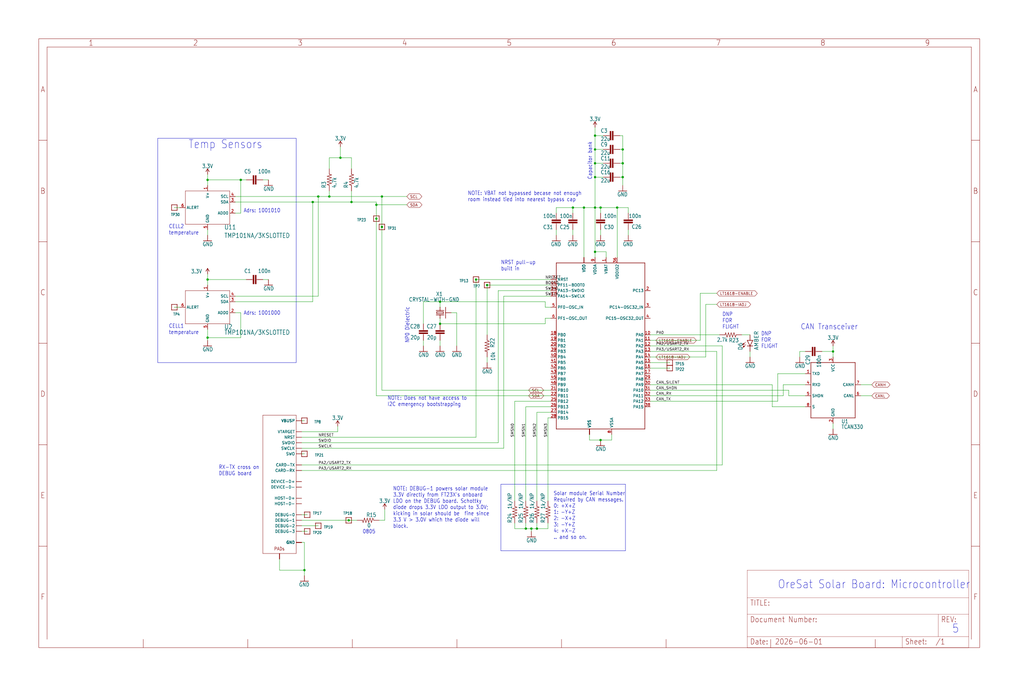
<source format=kicad_sch>
(kicad_sch (version 20230121) (generator eeschema)
  (paper "User" 469.9 317.551)
  (junction (at 285.75 74.93))
  (junction (at 172.72 100.33))
  (junction (at 175.26 90.17))
  (junction (at 175.26 104.14))
  (junction (at 285.75 81.28))
  (junction (at 382.27 161.29))
  (junction (at 273.05 115.57))
  (junction (at 273.05 81.28))
  (junction (at 241.3 242.57))
  (junction (at 223.52 130.81))
  (junction (at 146.05 90.17))
  (junction (at 243.84 242.57))
  (junction (at 273.05 68.58))
  (junction (at 273.05 95.25))
  (junction (at 218.44 128.27))
  (junction (at 139.7 261.62))
  (junction (at 156.21 72.39))
  (junction (at 151.13 90.17))
  (junction (at 172.72 93.98))
  (junction (at 273.05 74.93))
  (junction (at 95.25 82.55))
  (junction (at 283.21 95.25))
  (junction (at 160.02 238.76))
  (junction (at 95.25 154.94))
  (junction (at 275.59 201.93))
  (junction (at 95.25 128.27))
  (junction (at 201.93 138.43))
  (junction (at 201.93 148.59))
  (junction (at 143.51 92.71))
  (junction (at 110.49 82.55))
  (junction (at 275.59 95.25))
  (junction (at 161.29 92.71))
  (junction (at 262.89 95.25))
  (junction (at 267.97 95.25))
  (junction (at 246.38 242.57))
  (junction (at 273.05 62.23))
  (junction (at 285.75 68.58))
  (wire (pts (xy 172.72 100.33) (xy 172.72 93.98)) (stroke (width 0.1524)))
  (wire (pts (xy 236.22 242.57) (xy 236.22 240.03)) (stroke (width 0.1524)))
  (wire (pts (xy 284.48 81.28) (xy 285.75 81.28)) (stroke (width 0.1524)))
  (wire (pts (xy 382.27 161.29) (xy 377.19 161.29)) (stroke (width 0.1524)))
  (wire (pts (xy 194.31 148.59) (xy 194.31 138.43)) (stroke (width 0.1524)))
  (wire (pts (xy 218.44 200.66) (xy 138.43 200.66)) (stroke (width 0.1524)))
  (wire (pts (xy 298.45 176.53) (xy 354.33 176.53)) (stroke (width 0.1524)))
  (wire (pts (xy 273.05 58.42) (xy 273.05 62.23)) (stroke (width 0.1524)))
  (wire (pts (xy 298.45 163.83) (xy 323.85 163.83)) (stroke (width 0.1524)))
  (wire (pts (xy 278.13 118.11) (xy 278.13 115.57)) (stroke (width 0.1524)))
  (wire (pts (xy 369.57 171.45) (xy 356.87 171.45)) (stroke (width 0.1524)))
  (wire (pts (xy 394.97 181.61) (xy 400.05 181.61)) (stroke (width 0.1524)))
  (wire (pts (xy 252.73 189.23) (xy 246.38 189.23)) (stroke (width 0.1524)))
  (wire (pts (xy 275.59 95.25) (xy 273.05 95.25)) (stroke (width 0.1524)))
  (wire (pts (xy 275.59 201.93) (xy 280.67 201.93)) (stroke (width 0.1524)))
  (wire (pts (xy 173.99 238.76) (xy 176.53 238.76)) (stroke (width 0.1524)))
  (wire (pts (xy 161.29 92.71) (xy 172.72 92.71)) (stroke (width 0.1524)))
  (wire (pts (xy 359.41 176.53) (xy 359.41 181.61)) (stroke (width 0.1524)))
  (wire (pts (xy 369.57 176.53) (xy 359.41 176.53)) (stroke (width 0.1524)))
  (wire (pts (xy 252.73 181.61) (xy 172.72 181.61)) (stroke (width 0.1524)))
  (wire (pts (xy 252.73 140.97) (xy 250.19 140.97)) (stroke (width 0.1524)))
  (wire (pts (xy 120.65 82.55) (xy 123.19 82.55)) (stroke (width 0.1524)))
  (wire (pts (xy 283.21 95.25) (xy 283.21 118.11)) (stroke (width 0.1524)))
  (wire (pts (xy 251.46 240.03) (xy 251.46 242.57)) (stroke (width 0.1524)))
  (wire (pts (xy 120.65 128.27) (xy 123.19 128.27)) (stroke (width 0.1524)))
  (wire (pts (xy 255.27 105.41) (xy 255.27 107.95)) (stroke (width 0.1524)))
  (wire (pts (xy 340.36 153.67) (xy 344.17 153.67)) (stroke (width 0.1524)))
  (wire (pts (xy 138.43 198.12) (xy 154.94 198.12)) (stroke (width 0.1524)))
  (wire (pts (xy 139.7 261.62) (xy 139.7 264.16)) (stroke (width 0.1524)))
  (wire (pts (xy 382.27 163.83) (xy 382.27 161.29)) (stroke (width 0.1524)))
  (wire (pts (xy 151.13 87.63) (xy 151.13 90.17)) (stroke (width 0.1524)))
  (wire (pts (xy 321.31 134.62) (xy 328.93 134.62)) (stroke (width 0.1524)))
  (wire (pts (xy 172.72 93.98) (xy 172.72 92.71)) (stroke (width 0.1524)))
  (wire (pts (xy 128.27 261.62) (xy 139.7 261.62)) (stroke (width 0.1524)))
  (wire (pts (xy 285.75 85.09) (xy 285.75 81.28)) (stroke (width 0.1524)))
  (wire (pts (xy 146.05 90.17) (xy 107.95 90.17)) (stroke (width 0.1524)))
  (wire (pts (xy 252.73 146.05) (xy 250.19 146.05)) (stroke (width 0.1524)))
  (wire (pts (xy 138.43 236.22) (xy 140.97 236.22)) (stroke (width 0.1524)))
  (wire (pts (xy 255.27 95.25) (xy 262.89 95.25)) (stroke (width 0.1524)))
  (wire (pts (xy 276.86 68.58) (xy 273.05 68.58)) (stroke (width 0.1524)))
  (wire (pts (xy 323.85 139.7) (xy 328.93 139.7)) (stroke (width 0.1524)))
  (wire (pts (xy 280.67 201.93) (xy 280.67 199.39)) (stroke (width 0.1524)))
  (wire (pts (xy 146.05 135.89) (xy 107.95 135.89)) (stroke (width 0.1524)))
  (wire (pts (xy 140.97 243.84) (xy 138.43 243.84)) (stroke (width 0.1524)))
  (wire (pts (xy 128.27 256.54) (xy 128.27 261.62)) (stroke (width 0.1524)))
  (wire (pts (xy 80.01 140.97) (xy 82.55 140.97)) (stroke (width 0.1524)))
  (wire (pts (xy 246.38 240.03) (xy 246.38 242.57)) (stroke (width 0.1524)))
  (wire (pts (xy 209.55 143.51) (xy 207.01 143.51)) (stroke (width 0.1524)))
  (wire (pts (xy 275.59 105.41) (xy 275.59 107.95)) (stroke (width 0.1524)))
  (wire (pts (xy 138.43 248.92) (xy 139.7 248.92)) (stroke (width 0.1524)))
  (wire (pts (xy 250.19 148.59) (xy 201.93 148.59)) (stroke (width 0.1524)))
  (wire (pts (xy 367.03 161.29) (xy 367.03 163.83)) (stroke (width 0.1524)))
  (wire (pts (xy 241.3 242.57) (xy 243.84 242.57)) (stroke (width 0.1524)))
  (wire (pts (xy 95.25 82.55) (xy 110.49 82.55)) (stroke (width 0.1524)))
  (wire (pts (xy 194.31 138.43) (xy 201.93 138.43)) (stroke (width 0.1524)))
  (wire (pts (xy 228.6 133.35) (xy 252.73 133.35)) (stroke (width 0.1524)))
  (wire (pts (xy 369.57 161.29) (xy 367.03 161.29)) (stroke (width 0.1524)))
  (wire (pts (xy 218.44 128.27) (xy 218.44 200.66)) (stroke (width 0.1524)))
  (wire (pts (xy 241.3 240.03) (xy 241.3 242.57)) (stroke (width 0.1524)))
  (wire (pts (xy 283.21 95.25) (xy 288.29 95.25)) (stroke (width 0.1524)))
  (wire (pts (xy 201.93 158.75) (xy 201.93 156.21)) (stroke (width 0.1524)))
  (wire (pts (xy 285.75 62.23) (xy 284.48 62.23)) (stroke (width 0.1524)))
  (wire (pts (xy 255.27 97.79) (xy 255.27 95.25)) (stroke (width 0.1524)))
  (wire (pts (xy 146.05 90.17) (xy 151.13 90.17)) (stroke (width 0.1524)))
  (wire (pts (xy 110.49 143.51) (xy 110.49 154.94)) (stroke (width 0.1524)))
  (wire (pts (xy 344.17 161.29) (xy 344.17 163.83)) (stroke (width 0.1524)))
  (wire (pts (xy 231.14 205.74) (xy 138.43 205.74)) (stroke (width 0.1524)))
  (wire (pts (xy 175.26 90.17) (xy 186.69 90.17)) (stroke (width 0.1524)))
  (wire (pts (xy 156.21 72.39) (xy 151.13 72.39)) (stroke (width 0.1524)))
  (wire (pts (xy 80.01 95.25) (xy 82.55 95.25)) (stroke (width 0.1524)))
  (wire (pts (xy 382.27 196.85) (xy 382.27 194.31)) (stroke (width 0.1524)))
  (wire (pts (xy 241.3 186.69) (xy 241.3 229.87)) (stroke (width 0.1524)))
  (wire (pts (xy 382.27 161.29) (xy 382.27 158.75)) (stroke (width 0.1524)))
  (wire (pts (xy 359.41 181.61) (xy 298.45 181.61)) (stroke (width 0.1524)))
  (wire (pts (xy 285.75 68.58) (xy 285.75 62.23)) (stroke (width 0.1524)))
  (wire (pts (xy 151.13 90.17) (xy 175.26 90.17)) (stroke (width 0.1524)))
  (wire (pts (xy 369.57 181.61) (xy 361.95 181.61)) (stroke (width 0.1524)))
  (wire (pts (xy 331.47 213.36) (xy 138.43 213.36)) (stroke (width 0.1524)))
  (wire (pts (xy 298.45 166.37) (xy 307.34 166.37)) (stroke (width 0.1524)))
  (wire (pts (xy 236.22 184.15) (xy 252.73 184.15)) (stroke (width 0.1524)))
  (wire (pts (xy 110.49 97.79) (xy 110.49 82.55)) (stroke (width 0.1524)))
  (wire (pts (xy 231.14 205.74) (xy 231.14 135.89)) (stroke (width 0.1524)))
  (wire (pts (xy 231.14 135.89) (xy 252.73 135.89)) (stroke (width 0.1524)))
  (wire (pts (xy 275.59 201.93) (xy 270.51 201.93)) (stroke (width 0.1524)))
  (wire (pts (xy 95.25 156.21) (xy 95.25 154.94)) (stroke (width 0.1524)))
  (wire (pts (xy 361.95 181.61) (xy 361.95 179.07)) (stroke (width 0.1524)))
  (wire (pts (xy 354.33 176.53) (xy 354.33 186.69)) (stroke (width 0.1524)))
  (wire (pts (xy 298.45 168.91) (xy 307.34 168.91)) (stroke (width 0.1524)))
  (wire (pts (xy 95.25 128.27) (xy 95.25 130.81)) (stroke (width 0.1524)))
  (wire (pts (xy 110.49 154.94) (xy 95.25 154.94)) (stroke (width 0.1524)))
  (wire (pts (xy 267.97 118.11) (xy 267.97 95.25)) (stroke (width 0.1524)))
  (wire (pts (xy 356.87 171.45) (xy 356.87 184.15)) (stroke (width 0.1524)))
  (wire (pts (xy 243.84 242.57) (xy 243.84 243.84)) (stroke (width 0.1524)))
  (wire (pts (xy 143.51 138.43) (xy 107.95 138.43)) (stroke (width 0.1524)))
  (wire (pts (xy 288.29 107.95) (xy 288.29 105.41)) (stroke (width 0.1524)))
  (wire (pts (xy 139.7 248.92) (xy 139.7 261.62)) (stroke (width 0.1524)))
  (wire (pts (xy 298.45 161.29) (xy 328.93 161.29)) (stroke (width 0.1524)))
  (wire (pts (xy 276.86 81.28) (xy 273.05 81.28)) (stroke (width 0.1524)))
  (wire (pts (xy 172.72 181.61) (xy 172.72 100.33)) (stroke (width 0.1524)))
  (wire (pts (xy 223.52 130.81) (xy 223.52 153.67)) (stroke (width 0.1524)))
  (wire (pts (xy 298.45 153.67) (xy 330.2 153.67)) (stroke (width 0.1524)))
  (polyline (pts (xy 229.87 252.73) (xy 287.02 252.73)) (stroke (width 0.1524) (type solid)))
  (wire (pts (xy 270.51 201.93) (xy 270.51 199.39)) (stroke (width 0.1524)))
  (wire (pts (xy 186.69 93.98) (xy 172.72 93.98)) (stroke (width 0.1524)))
  (wire (pts (xy 298.45 158.75) (xy 331.47 158.75)) (stroke (width 0.1524)))
  (wire (pts (xy 175.26 179.07) (xy 175.26 104.14)) (stroke (width 0.1524)))
  (wire (pts (xy 251.46 229.87) (xy 251.46 191.77)) (stroke (width 0.1524)))
  (wire (pts (xy 323.85 139.7) (xy 323.85 163.83)) (stroke (width 0.1524)))
  (wire (pts (xy 252.73 130.81) (xy 223.52 130.81)) (stroke (width 0.1524)))
  (wire (pts (xy 209.55 158.75) (xy 209.55 143.51)) (stroke (width 0.1524)))
  (wire (pts (xy 161.29 72.39) (xy 161.29 77.47)) (stroke (width 0.1524)))
  (wire (pts (xy 201.93 148.59) (xy 201.93 146.05)) (stroke (width 0.1524)))
  (wire (pts (xy 107.95 143.51) (xy 110.49 143.51)) (stroke (width 0.1524)))
  (wire (pts (xy 354.33 186.69) (xy 369.57 186.69)) (stroke (width 0.1524)))
  (wire (pts (xy 328.93 161.29) (xy 328.93 215.9)) (stroke (width 0.1524)))
  (wire (pts (xy 321.31 156.21) (xy 298.45 156.21)) (stroke (width 0.1524)))
  (wire (pts (xy 252.73 179.07) (xy 175.26 179.07)) (stroke (width 0.1524)))
  (wire (pts (xy 262.89 97.79) (xy 262.89 95.25)) (stroke (width 0.1524)))
  (wire (pts (xy 107.95 97.79) (xy 110.49 97.79)) (stroke (width 0.1524)))
  (wire (pts (xy 273.05 74.93) (xy 273.05 68.58)) (stroke (width 0.1524)))
  (wire (pts (xy 288.29 95.25) (xy 288.29 97.79)) (stroke (width 0.1524)))
  (wire (pts (xy 273.05 81.28) (xy 273.05 74.93)) (stroke (width 0.1524)))
  (wire (pts (xy 283.21 95.25) (xy 275.59 95.25)) (stroke (width 0.1524)))
  (wire (pts (xy 223.52 163.83) (xy 223.52 166.37)) (stroke (width 0.1524)))
  (wire (pts (xy 252.73 186.69) (xy 241.3 186.69)) (stroke (width 0.1524)))
  (wire (pts (xy 95.25 154.94) (xy 95.25 151.13)) (stroke (width 0.1524)))
  (wire (pts (xy 267.97 95.25) (xy 273.05 95.25)) (stroke (width 0.1524)))
  (wire (pts (xy 139.7 208.28) (xy 138.43 208.28)) (stroke (width 0.1524)))
  (wire (pts (xy 273.05 115.57) (xy 273.05 95.25)) (stroke (width 0.1524)))
  (wire (pts (xy 328.93 215.9) (xy 138.43 215.9)) (stroke (width 0.1524)))
  (wire (pts (xy 394.97 176.53) (xy 400.05 176.53)) (stroke (width 0.1524)))
  (wire (pts (xy 241.3 242.57) (xy 236.22 242.57)) (stroke (width 0.1524)))
  (wire (pts (xy 250.19 146.05) (xy 250.19 148.59)) (stroke (width 0.1524)))
  (wire (pts (xy 161.29 87.63) (xy 161.29 92.71)) (stroke (width 0.1524)))
  (wire (pts (xy 95.25 128.27) (xy 113.03 128.27)) (stroke (width 0.1524)))
  (wire (pts (xy 273.05 81.28) (xy 273.05 95.25)) (stroke (width 0.1524)))
  (wire (pts (xy 250.19 138.43) (xy 201.93 138.43)) (stroke (width 0.1524)))
  (wire (pts (xy 95.25 80.01) (xy 95.25 82.55)) (stroke (width 0.1524)))
  (polyline (pts (xy 135.89 63.5) (xy 72.39 63.5)) (stroke (width 0.1524) (type solid)))
  (wire (pts (xy 273.05 68.58) (xy 273.05 62.23)) (stroke (width 0.1524)))
  (wire (pts (xy 298.45 184.15) (xy 356.87 184.15)) (stroke (width 0.1524)))
  (wire (pts (xy 262.89 95.25) (xy 267.97 95.25)) (stroke (width 0.1524)))
  (wire (pts (xy 161.29 72.39) (xy 156.21 72.39)) (stroke (width 0.1524)))
  (wire (pts (xy 275.59 97.79) (xy 275.59 95.25)) (stroke (width 0.1524)))
  (wire (pts (xy 160.02 238.76) (xy 163.83 238.76)) (stroke (width 0.1524)))
  (wire (pts (xy 276.86 74.93) (xy 273.05 74.93)) (stroke (width 0.1524)))
  (wire (pts (xy 194.31 158.75) (xy 194.31 156.21)) (stroke (width 0.1524)))
  (wire (pts (xy 138.43 241.3) (xy 146.05 241.3)) (stroke (width 0.1524)))
  (polyline (pts (xy 287.02 222.25) (xy 229.87 222.25)) (stroke (width 0.1524) (type solid)))
  (wire (pts (xy 228.6 203.2) (xy 228.6 133.35)) (stroke (width 0.1524)))
  (wire (pts (xy 321.31 156.21) (xy 321.31 134.62)) (stroke (width 0.1524)))
  (wire (pts (xy 273.05 118.11) (xy 273.05 115.57)) (stroke (width 0.1524)))
  (wire (pts (xy 246.38 189.23) (xy 246.38 229.87)) (stroke (width 0.1524)))
  (wire (pts (xy 331.47 158.75) (xy 331.47 213.36)) (stroke (width 0.1524)))
  (polyline (pts (xy 135.89 63.5) (xy 135.89 166.37)) (stroke (width 0.1524) (type solid)))
  (wire (pts (xy 95.25 107.95) (xy 95.25 105.41)) (stroke (width 0.1524)))
  (wire (pts (xy 176.53 238.76) (xy 176.53 233.68)) (stroke (width 0.1524)))
  (wire (pts (xy 361.95 179.07) (xy 298.45 179.07)) (stroke (width 0.1524)))
  (polyline (pts (xy 229.87 222.25) (xy 229.87 252.73)) (stroke (width 0.1524) (type solid)))
  (wire (pts (xy 160.02 238.76) (xy 138.43 238.76)) (stroke (width 0.1524)))
  (wire (pts (xy 154.94 198.12) (xy 154.94 195.58)) (stroke (width 0.1524)))
  (wire (pts (xy 250.19 140.97) (xy 250.19 138.43)) (stroke (width 0.1524)))
  (wire (pts (xy 95.25 82.55) (xy 95.25 85.09)) (stroke (width 0.1524)))
  (wire (pts (xy 251.46 242.57) (xy 246.38 242.57)) (stroke (width 0.1524)))
  (wire (pts (xy 95.25 125.73) (xy 95.25 128.27)) (stroke (width 0.1524)))
  (wire (pts (xy 175.26 104.14) (xy 175.26 90.17)) (stroke (width 0.1524)))
  (polyline (pts (xy 135.89 166.37) (xy 72.39 166.37)) (stroke (width 0.1524) (type solid)))
  (wire (pts (xy 143.51 138.43) (xy 143.51 92.71)) (stroke (width 0.1524)))
  (wire (pts (xy 146.05 135.89) (xy 146.05 90.17)) (stroke (width 0.1524)))
  (wire (pts (xy 278.13 115.57) (xy 273.05 115.57)) (stroke (width 0.1524)))
  (wire (pts (xy 218.44 128.27) (xy 252.73 128.27)) (stroke (width 0.1524)))
  (wire (pts (xy 236.22 229.87) (xy 236.22 184.15)) (stroke (width 0.1524)))
  (wire (pts (xy 143.51 92.71) (xy 107.95 92.71)) (stroke (width 0.1524)))
  (wire (pts (xy 113.03 82.55) (xy 110.49 82.55)) (stroke (width 0.1524)))
  (wire (pts (xy 243.84 242.57) (xy 246.38 242.57)) (stroke (width 0.1524)))
  (wire (pts (xy 276.86 62.23) (xy 273.05 62.23)) (stroke (width 0.1524)))
  (wire (pts (xy 151.13 77.47) (xy 151.13 72.39)) (stroke (width 0.1524)))
  (wire (pts (xy 143.51 92.71) (xy 161.29 92.71)) (stroke (width 0.1524)))
  (wire (pts (xy 285.75 81.28) (xy 285.75 74.93)) (stroke (width 0.1524)))
  (wire (pts (xy 285.75 74.93) (xy 285.75 68.58)) (stroke (width 0.1524)))
  (wire (pts (xy 201.93 138.43) (xy 201.93 140.97)) (stroke (width 0.1524)))
  (wire (pts (xy 284.48 68.58) (xy 285.75 68.58)) (stroke (width 0.1524)))
  (polyline (pts (xy 72.39 63.5) (xy 72.39 166.37)) (stroke (width 0.1524) (type solid)))
  (wire (pts (xy 251.46 191.77) (xy 252.73 191.77)) (stroke (width 0.1524)))
  (wire (pts (xy 138.43 193.04) (xy 139.7 193.04)) (stroke (width 0.1524)))
  (polyline (pts (xy 287.02 252.73) (xy 287.02 222.25)) (stroke (width 0.1524) (type solid)))
  (wire (pts (xy 284.48 74.93) (xy 285.75 74.93)) (stroke (width 0.1524)))
  (wire (pts (xy 156.21 67.31) (xy 156.21 72.39)) (stroke (width 0.1524)))
  (wire (pts (xy 262.89 107.95) (xy 262.89 105.41)) (stroke (width 0.1524)))
  (wire (pts (xy 138.43 203.2) (xy 228.6 203.2)) (stroke (width 0.1524)))
  (text "Capacitor bank" (at 271.78 82.55 90) (effects (font (size 1.778 1.5113)) (justify left bottom)))
  (text "Temp Sensors" (at 86.36 68.58 0) (effects (font (size 3.81 3.2385)) (justify left bottom)))
  (text "5" (at 436.88 290.83 0) (effects (font (size 3.81 3.2385)) (justify left bottom)))
  (text "NOTE: VBAT not bypassed becase not enough\nroom instead tied into nearest bypass cap" (at 214.63 92.71 0) (effects (font (size 1.778 1.5113)) (justify left bottom)))
  (text "DNP\nFOR\nFLIGHT" (at 349.25 160.02 0) (effects (font (size 1.778 1.5113)) (justify left bottom)))
  (text "NRST pull-up\nbuilt in" (at 229.87 124.46 0) (effects (font (size 1.778 1.5113)) (justify left bottom)))
  (text "DNP\nFOR\nFLIGHT" (at 331.47 151.13 0) (effects (font (size 1.778 1.5113)) (justify left bottom)))
  (text "OreSat Solar Board: Microcontroller" (at 356.87 270.51 0) (effects (font (size 3.81 3.2385)) (justify left bottom)))
  (text "CAN Transceiver" (at 393.7 148.59 0) (effects (font (size 2.54 2.159)) (justify right top)))
  (text "NP0 Dielectric" (at 187.96 157.48 90) (effects (font (size 1.778 1.5113)) (justify left bottom)))
  (text "NOTE: DEBUG-1 powers solar module\n3.3V directly from FT23X's onboard\nLDO on the DEBUG board. Schottky\ndiode drops 3.3V LDO output to 3.0V;\nkicking in solar should be  fine since\n3.3 V > 3.0V which the diode will\nblock." (at 180.34 242.57 0) (effects (font (size 1.778 1.5113)) (justify left bottom)))
  (text "Adrs: 1001010" (at 111.76 97.79 0) (effects (font (size 1.778 1.5113)) (justify left bottom)))
  (text "Adrs: 1001000" (at 111.76 144.78 0) (effects (font (size 1.778 1.5113)) (justify left bottom)))
  (text "Solar module Serial Number\nRequired by CAN messages.\n0: +X+Z\n1: -Y+Z\n2: -X+Z\n3: -Y+Z\n4: +X-Z\n.. and so on." (at 254 247.65 0) (effects (font (size 1.778 1.5113)) (justify left bottom)))
  (text "CELL2\ntemperature" (at 77.47 107.95 0) (effects (font (size 1.778 1.5113)) (justify left bottom)))
  (text "RX-TX cross on\nDEBUG board" (at 100.33 218.44 0) (effects (font (size 1.778 1.5113)) (justify left bottom)))
  (text "NOTE: Does not have access to\nI2C emergency bootstrapping" (at 177.8 186.69 0) (effects (font (size 1.778 1.5113)) (justify left bottom)))
  (text "CELL1\ntemperature" (at 77.47 153.67 0) (effects (font (size 1.778 1.5113)) (justify left bottom)))
  (text "0805" (at 166.37 245.11 0) (effects (font (size 1.778 1.5113)) (justify left bottom)))
  (label "SMSN1" (at 241.3 200.66 90) (effects (font (size 1.2446 1.2446))))
  (label "CAN_TX" (at 300.99 184.15 0) (effects (font (size 1.2446 1.2446))))
  (label "SWCLK" (at 250.19 135.89 0) (effects (font (size 1.2446 1.2446))))
  (label "SWDIO" (at 146.05 203.2 0) (effects (font (size 1.2446 1.2446))))
  (label "NRESET" (at 146.05 200.66 0) (effects (font (size 1.2446 1.2446))))
  (label "SMSN0" (at 236.22 200.66 90) (effects (font (size 1.2446 1.2446))))
  (label "SMSN2" (at 246.38 200.66 90) (effects (font (size 1.2446 1.2446))))
  (label "BOOT0" (at 250.19 130.81 0) (effects (font (size 1.2446 1.2446))))
  (label "PA2/USART2_TX" (at 300.99 158.75 0) (effects (font (size 1.2446 1.2446))))
  (label "CAN_SILENT" (at 300.99 176.53 0) (effects (font (size 1.2446 1.2446))))
  (label "NRESET" (at 250.19 128.27 0) (effects (font (size 1.2446 1.2446))))
  (label "PA3/USART2_RX" (at 146.05 215.9 0) (effects (font (size 1.2446 1.2446))))
  (label "CAN_RX" (at 300.99 181.61 0) (effects (font (size 1.2446 1.2446))))
  (label "PA0" (at 300.99 153.67 0) (effects (font (size 1.2446 1.2446))))
  (label "SWDIO" (at 250.19 133.35 0) (effects (font (size 1.2446 1.2446))))
  (label "CAN_SHDN" (at 300.99 179.07 0) (effects (font (size 1.2446 1.2446))))
  (label "SMSN3" (at 251.46 200.66 90) (effects (font (size 1.2446 1.2446))))
  (label "PA3/USART2_RX" (at 300.99 161.29 0) (effects (font (size 1.2446 1.2446))))
  (label "PA2/USART2_TX" (at 146.05 213.36 0) (effects (font (size 1.2446 1.2446))))
  (label "SWCLK" (at 146.05 205.74 0) (effects (font (size 1.2446 1.2446))))
  (global_label "SDA" (shape bidirectional) (at 186.69 93.98 0) (effects (font (size 1.2446 1.2446))) (property "Intersheetrefs" "${INTERSHEET_REFS}" (effects hide)))
  (global_label "LT1618-ENABLE" (shape bidirectional) (at 300.99 156.21 0) (effects (font (size 1.2446 1.2446))) (property "Intersheetrefs" "${INTERSHEET_REFS}" (effects hide)))
  (global_label "CANL" (shape bidirectional) (at 400.05 181.61 0) (effects (font (size 1.2446 1.2446))) (property "Intersheetrefs" "${INTERSHEET_REFS}" (effects hide)))
  (global_label "LT1618-IADJ" (shape bidirectional) (at 328.93 139.7 0) (effects (font (size 1.2446 1.2446))) (property "Intersheetrefs" "${INTERSHEET_REFS}" (effects hide)))
  (global_label "LT1618-ENABLE" (shape bidirectional) (at 328.93 134.62 0) (effects (font (size 1.2446 1.2446))) (property "Intersheetrefs" "${INTERSHEET_REFS}" (effects hide)))
  (global_label "SCL" (shape bidirectional) (at 242.57 179.07 0) (effects (font (size 1.2446 1.2446))) (property "Intersheetrefs" "${INTERSHEET_REFS}" (effects hide)))
  (global_label "SDA" (shape bidirectional) (at 242.57 181.61 0) (effects (font (size 1.2446 1.2446))) (property "Intersheetrefs" "${INTERSHEET_REFS}" (effects hide)))
  (global_label "SCL" (shape bidirectional) (at 186.69 90.17 0) (effects (font (size 1.2446 1.2446))) (property "Intersheetrefs" "${INTERSHEET_REFS}" (effects hide)))
  (global_label "CANH" (shape bidirectional) (at 400.05 176.53 0) (effects (font (size 1.2446 1.2446))) (property "Intersheetrefs" "${INTERSHEET_REFS}" (effects hide)))
  (global_label "LT1618-IADJ" (shape bidirectional) (at 300.99 163.83 0) (effects (font (size 1.2446 1.2446))) (property "Intersheetrefs" "${INTERSHEET_REFS}" (effects hide)))
  (symbol (lib_id "1u_panel-eagle-import:TEST-POINT-LARGE-SQUARE") (at 307.34 168.91 0) (mirror x) (unit 1)
    (property "Reference" "TP22" (at 309.88 170.18 0) (effects (font (size 1.27 1.0795)) (justify left top)))
    (property "Value" "TEST-POINT-LARGE-SQUARE" (effects hide))
    (property "Footprint" "1u_panel:1X01" (effects hide))
  )
  (symbol (lib_id "1u_panel-eagle-import:FRAME_B_L") (at 342.9 297.18 0) (unit 2)
    (property "Reference" "#FRAME2" (effects hide))
    (property "Value" "FRAME_B_L" (effects hide))
  )
  (symbol (lib_id "1u_panel-eagle-import:GND") (at 243.84 246.38 0) (mirror y) (unit 1)
    (property "Reference" "#GND21" (effects hide))
    (property "Value" "GND" (at 246.38 248.92 0) (effects (font (size 1.778 1.5113)) (justify left bottom)))
  )
  (symbol (lib_id "1u_panel-eagle-import:TEST-POINT-LARGE-SQUARE") (at 223.52 130.81 0) (mirror y) (unit 1)
    (property "Reference" "TP7" (at 217.17 132.08 0) (effects (font (size 1.27 1.0795)) (justify right bottom)))
    (property "Value" "TEST-POINT-LARGE-SQUARE" (effects hide))
    (property "Footprint" "1u_panel:1X01" (effects hide))
  )
  (symbol (lib_id "1u_panel-eagle-import:TEST-POINT-LARGE-SQUARE") (at 139.7 208.28 180) (unit 1)
    (property "Reference" "TP21" (at 148.59 209.55 0) (effects (font (size 1.27 1.0795)) (justify left top)))
    (property "Value" "TEST-POINT-LARGE-SQUARE" (effects hide))
    (property "Footprint" "1u_panel:1X01" (effects hide))
  )
  (symbol (lib_id "1u_panel-eagle-import:R-US_0603-C-NOSILK") (at 161.29 82.55 90) (unit 1)
    (property "Reference" "R4" (at 159.7914 86.36 0) (effects (font (size 1.778 1.5113)) (justify left bottom)))
    (property "Value" "4.7k" (at 164.592 86.36 0) (effects (font (size 1.778 1.5113)) (justify left bottom)))
    (property "Footprint" "1u_panel:.0603-C-NOSILK" (effects hide))
    (property "DIS" "Digi-Key" (effects hide))
    (property "DPN" "13-RE0603FRE074K7LCT-ND" (effects hide))
    (property "MFR" "Yageo" (effects hide))
    (property "MPN" "RE0603FRE074K7L" (effects hide))
  )
  (symbol (lib_id "1u_panel-eagle-import:GND") (at 223.52 168.91 0) (mirror y) (unit 1)
    (property "Reference" "#GND6" (effects hide))
    (property "Value" "GND" (at 226.06 171.45 0) (effects (font (size 1.778 1.5113)) (justify left bottom)))
  )
  (symbol (lib_id "1u_panel-eagle-import:R-US_0805-C-NOSILK") (at 168.91 238.76 0) (mirror y) (unit 1)
    (property "Reference" "R15" (at 172.72 237.2614 0) (effects (font (size 1.778 1.5113)) (justify left bottom)))
    (property "Value" "0" (at 170.18 242.062 0) (effects (font (size 1.778 1.5113)) (justify left bottom)))
    (property "Footprint" "1u_panel:.0805-C-NOSILK" (effects hide))
    (property "DIS" "Digi-Key" (effects hide))
    (property "DPN" "RMCF0805ZT0R00CT-ND" (effects hide))
    (property "MFR" "Stackpole" (effects hide))
    (property "MPN" "RMCF0805ZT0R00" (effects hide))
  )
  (symbol (lib_id "1u_panel-eagle-import:GND") (at 288.29 110.49 0) (unit 1)
    (property "Reference" "#GND59" (effects hide))
    (property "Value" "GND" (at 285.75 113.03 0) (effects (font (size 1.778 1.5113)) (justify left bottom)))
  )
  (symbol (lib_id "1u_panel-eagle-import:3.3V") (at 95.25 80.01 0) (mirror y) (unit 1)
    (property "Reference" "#SUPPLY10" (effects hide))
    (property "Value" "3.3V" (at 95.25 77.216 0) (effects (font (size 1.778 1.5113)) (justify bottom)))
  )
  (symbol (lib_id "1u_panel-eagle-import:TEST-POINT-LARGE-SQUARE") (at 307.34 166.37 0) (mirror x) (unit 1)
    (property "Reference" "TP15" (at 309.88 167.64 0) (effects (font (size 1.27 1.0795)) (justify left top)))
    (property "Value" "TEST-POINT-LARGE-SQUARE" (effects hide))
    (property "Footprint" "1u_panel:1X01" (effects hide))
  )
  (symbol (lib_id "1u_panel-eagle-import:3.3V") (at 382.27 158.75 0) (mirror y) (unit 1)
    (property "Reference" "#SUPPLY8" (effects hide))
    (property "Value" "3.3V" (at 382.27 155.956 0) (effects (font (size 1.778 1.5113)) (justify bottom)))
  )
  (symbol (lib_id "1u_panel-eagle-import:GND") (at 367.03 166.37 0) (mirror y) (unit 1)
    (property "Reference" "#GND55" (effects hide))
    (property "Value" "GND" (at 369.57 168.91 0) (effects (font (size 1.778 1.5113)) (justify left bottom)))
  )
  (symbol (lib_id "1u_panel-eagle-import:CRYSTAL-WITH-GND") (at 201.93 143.51 90) (mirror x) (unit 1)
    (property "Reference" "X1" (at 203.2 135.89 90) (effects (font (size 1.778 1.5113)) (justify left bottom)))
    (property "Value" "CRYSTAL-WITH-GND" (at 210.82 138.43 90) (effects (font (size 1.778 1.5113)) (justify left bottom)))
    (property "Footprint" "1u_panel:CRYSTAL_2.5X2" (effects hide))
    (property "DIS" "Digi-Key" (effects hide))
    (property "DPN" "XC2181CT-ND" (effects hide))
    (property "MFR" "ECS Inc." (effects hide))
    (property "MPN" "ECS-160-10-36Q-ES-TR" (effects hide))
  )
  (symbol (lib_id "1u_panel-eagle-import:TEST-POINT-LARGE-SQUARE") (at 175.26 104.14 0) (mirror y) (unit 1)
    (property "Reference" "TP31" (at 177.8 105.41 0) (effects (font (size 1.27 1.0795)) (justify right bottom)))
    (property "Value" "TEST-POINT-LARGE-SQUARE" (effects hide))
    (property "Footprint" "1u_panel:1X01" (effects hide))
  )
  (symbol (lib_id "1u_panel-eagle-import:STM32F091C") (at 275.59 158.75 0) (mirror y) (unit 1)
    (property "Reference" "U7" (effects hide))
    (property "Value" "STM32F091C" (effects hide))
    (property "Footprint" "1u_panel:STM32F091C" (effects hide))
    (property "DIS" "Digi-Key" (effects hide))
    (property "DPN" "497-18749-1-ND" (effects hide))
    (property "MFR" "STMicroelectronics" (effects hide))
    (property "MPN" "STM32F091CCT6TR" (effects hide))
  )
  (symbol (lib_id "1u_panel-eagle-import:GND") (at 209.55 161.29 0) (mirror y) (unit 1)
    (property "Reference" "#GND52" (effects hide))
    (property "Value" "GND" (at 212.09 163.83 0) (effects (font (size 1.778 1.5113)) (justify left bottom)))
  )
  (symbol (lib_id "1u_panel-eagle-import:3.3V") (at 154.94 195.58 0) (unit 1)
    (property "Reference" "#SUPPLY11" (effects hide))
    (property "Value" "3.3V" (at 154.94 192.786 0) (effects (font (size 1.778 1.5113)) (justify bottom)))
  )
  (symbol (lib_id "1u_panel-eagle-import:ORESAT-DEBUG-CONNECTOR-ALL") (at 127 220.98 0) (unit 1)
    (property "Reference" "J2" (effects hide))
    (property "Value" "ORESAT-DEBUG-CONNECTOR-ALL" (effects hide))
    (property "Footprint" "1u_panel:TE_2-1734592-0" (effects hide))
    (property "DIS" "Digi-Key" (effects hide))
    (property "DPN" "732-11341-1-ND" (effects hide))
    (property "MFR" "Wurth" (effects hide))
    (property "MPN" "687120183622  " (effects hide))
  )
  (symbol (lib_id "1u_panel-eagle-import:oresat-rcl_C-EU0603-C-NOSILK") (at 115.57 82.55 90) (mirror x) (unit 1)
    (property "Reference" "C5" (at 112.014 79.629 90) (effects (font (size 1.778 1.5113)) (justify right bottom)))
    (property "Value" "100n" (at 118.364 79.629 90) (effects (font (size 1.778 1.5113)) (justify right bottom)))
    (property "Footprint" "1u_panel:.0603-C-NOSILK" (effects hide))
    (property "DIS" "Digi-Key" (effects hide))
    (property "DPN" "1276-6985-1-ND" (effects hide))
    (property "MFR" "Kemet" (effects hide))
    (property "MPN" "CL10B104KB85PND" (effects hide))
  )
  (symbol (lib_id "1u_panel-eagle-import:oresat-rcl_C-EU0603-C-NOSILK") (at 255.27 102.87 0) (mirror x) (unit 1)
    (property "Reference" "C31" (at 249.174 103.251 0) (effects (font (size 1.778 1.5113)) (justify left bottom)))
    (property "Value" "100n" (at 249.174 98.171 0) (effects (font (size 1.778 1.5113)) (justify left bottom)))
    (property "Footprint" "1u_panel:.0603-C-NOSILK" (effects hide))
    (property "DIS" "Digi-Key" (effects hide))
    (property "DPN" "1276-6985-1-ND" (effects hide))
    (property "MFR" "Kemet" (effects hide))
    (property "MPN" "CL10B104KB85PND" (effects hide))
  )
  (symbol (lib_id "1u_panel-eagle-import:oresat-rcl_C-EU0603-C-NOSILK") (at 194.31 151.13 0) (mirror y) (unit 1)
    (property "Reference" "C28" (at 192.786 150.749 0) (effects (font (size 1.778 1.5113)) (justify left bottom)))
    (property "Value" "20p" (at 192.786 155.829 0) (effects (font (size 1.778 1.5113)) (justify left bottom)))
    (property "Footprint" "1u_panel:.0603-C-NOSILK" (effects hide))
    (property "DIS" "Digi-Key" (effects hide))
    (property "DPN" "490-11157-2-ND" (effects hide))
    (property "MFR" "Murata" (effects hide))
    (property "MPN" "GCM1885C2A200JA16D" (effects hide))
  )
  (symbol (lib_id "1u_panel-eagle-import:oresat-rcl_C-EU0805-B-NOSILK") (at 279.4 74.93 90) (unit 1)
    (property "Reference" "C11" (at 275.59 73.66 90) (effects (font (size 1.778 1.5113)) (justify right top)))
    (property "Value" "22u" (at 275.59 77.47 90) (effects (font (size 1.778 1.5113)) (justify right top)))
    (property "Footprint" "1u_panel:.0805-B-NOSILK" (effects hide))
    (property "DIS" "Digi-Key" (effects hide))
    (property "DPN" "1276-6817-1-ND" (effects hide))
    (property "MFR" "Samsung" (effects hide))
    (property "MPN" "CL32B226KOJVPNE" (effects hide))
  )
  (symbol (lib_id "1u_panel-eagle-import:GND") (at 123.19 85.09 0) (mirror y) (unit 1)
    (property "Reference" "#GND42" (effects hide))
    (property "Value" "GND" (at 125.73 87.63 0) (effects (font (size 1.778 1.5113)) (justify left bottom)))
  )
  (symbol (lib_id "1u_panel-eagle-import:GND") (at 123.19 130.81 0) (mirror y) (unit 1)
    (property "Reference" "#GND4" (effects hide))
    (property "Value" "GND" (at 125.73 133.35 0) (effects (font (size 1.778 1.5113)) (justify left bottom)))
  )
  (symbol (lib_id "1u_panel-eagle-import:TEST-POINT-LARGE-SQUARE") (at 80.01 140.97 180) (unit 1)
    (property "Reference" "TP4" (at 82.55 143.51 0) (effects (font (size 1.27 1.0795)) (justify left bottom)))
    (property "Value" "TEST-POINT-LARGE-SQUARE" (effects hide))
    (property "Footprint" "1u_panel:1X01" (effects hide))
  )
  (symbol (lib_id "1u_panel-eagle-import:FRAME_B_L") (at 17.78 297.18 0) (unit 1)
    (property "Reference" "#FRAME2" (effects hide))
    (property "Value" "FRAME_B_L" (effects hide))
  )
  (symbol (lib_id "1u_panel-eagle-import:LED-GREEN0603") (at 344.17 156.21 0) (unit 1)
    (property "Reference" "D6" (at 340.741 160.782 90) (effects (font (size 1.778 1.778)) (justify left bottom)))
    (property "Value" "AMBER" (at 346.075 160.782 90) (effects (font (size 1.778 1.778)) (justify left top)))
    (property "Footprint" "1u_panel:LED-0603" (effects hide))
    (property "DIS" "Digi-Key" (effects hide))
    (property "DPN" "1830-1064-1-ND" (effects hide))
    (property "MFR" "Inolux" (effects hide))
    (property "MPN" "IN-S63AT5A" (effects hide))
  )
  (symbol (lib_id "1u_panel-eagle-import:GND") (at 275.59 204.47 0) (mirror y) (unit 1)
    (property "Reference" "#GND51" (effects hide))
    (property "Value" "GND" (at 278.13 207.01 0) (effects (font (size 1.778 1.5113)) (justify left bottom)))
  )
  (symbol (lib_id "1u_panel-eagle-import:TEST-POINT-LARGE-SQUARE") (at 139.7 193.04 270) (unit 1)
    (property "Reference" "TP8" (at 147.32 194.31 90) (effects (font (size 1.27 1.0795)) (justify right bottom)))
    (property "Value" "TEST-POINT-LARGE-SQUARE" (effects hide))
    (property "Footprint" "1u_panel:1X01" (effects hide))
  )
  (symbol (lib_id "1u_panel-eagle-import:GND") (at 262.89 110.49 0) (unit 1)
    (property "Reference" "#GND58" (effects hide))
    (property "Value" "GND" (at 260.35 113.03 0) (effects (font (size 1.778 1.5113)) (justify left bottom)))
  )
  (symbol (lib_id "1u_panel-eagle-import:oresat-rcl_C-EU0603-C-NOSILK") (at 115.57 128.27 90) (mirror x) (unit 1)
    (property "Reference" "C1" (at 112.014 125.349 90) (effects (font (size 1.778 1.5113)) (justify right bottom)))
    (property "Value" "100n" (at 118.364 125.349 90) (effects (font (size 1.778 1.5113)) (justify right bottom)))
    (property "Footprint" "1u_panel:.0603-C-NOSILK" (effects hide))
    (property "DIS" "Digi-Key" (effects hide))
    (property "DPN" "1276-6985-1-ND" (effects hide))
    (property "MFR" "Kemet" (effects hide))
    (property "MPN" "CL10B104KB85PND" (effects hide))
  )
  (symbol (lib_id "1u_panel-eagle-import:oresat-rcl_C-EU0805-B-NOSILK") (at 279.4 81.28 90) (unit 1)
    (property "Reference" "C16" (at 275.59 80.01 90) (effects (font (size 1.778 1.5113)) (justify right top)))
    (property "Value" "22u" (at 275.59 83.82 90) (effects (font (size 1.778 1.5113)) (justify right top)))
    (property "Footprint" "1u_panel:.0805-B-NOSILK" (effects hide))
    (property "DIS" "Digi-Key" (effects hide))
    (property "DPN" "1276-6817-1-ND" (effects hide))
    (property "MFR" "Samsung" (effects hide))
    (property "MPN" "CL32B226KOJVPNE" (effects hide))
  )
  (symbol (lib_id "1u_panel-eagle-import:oresat-rcl_C-EU0805-B-NOSILK") (at 279.4 62.23 90) (unit 1)
    (property "Reference" "C3" (at 275.59 60.96 90) (effects (font (size 1.778 1.5113)) (justify right top)))
    (property "Value" "22u" (at 275.59 64.77 90) (effects (font (size 1.778 1.5113)) (justify right top)))
    (property "Footprint" "1u_panel:.0805-B-NOSILK" (effects hide))
    (property "DIS" "Digi-Key" (effects hide))
    (property "DPN" "1276-6817-1-ND" (effects hide))
    (property "MFR" "Samsung" (effects hide))
    (property "MPN" "CL32B226KOJVPNE" (effects hide))
  )
  (symbol (lib_id "1u_panel-eagle-import:R-US_0603-C-NOSILK") (at 241.3 234.95 270) (unit 1)
    (property "Reference" "R25" (at 240.03 240.03 0) (effects (font (size 1.778 1.5113)) (justify right top)))
    (property "Value" "1k/NP" (at 240.03 233.68 0) (effects (font (size 1.778 1.5113)) (justify right top)))
    (property "Footprint" "1u_panel:.0603-C-NOSILK" (effects hide))
    (property "DIS" "Digi-Key" (effects hide))
    (property "DPN" "118-CR0603AFX-1001ELFCT-ND" (effects hide))
    (property "MFR" "Bourns" (effects hide))
    (property "MPN" "CR0603AFX-1001ELF" (effects hide))
  )
  (symbol (lib_id "1u_panel-eagle-import:GND") (at 382.27 199.39 0) (mirror y) (unit 1)
    (property "Reference" "#GND56" (effects hide))
    (property "Value" "GND" (at 384.81 201.93 0) (effects (font (size 1.778 1.5113)) (justify left bottom)))
  )
  (symbol (lib_id "1u_panel-eagle-import:R-US_0603-C-NOSILK") (at 151.13 82.55 90) (unit 1)
    (property "Reference" "R3" (at 149.6314 86.36 0) (effects (font (size 1.778 1.5113)) (justify left bottom)))
    (property "Value" "4.7k" (at 154.432 86.36 0) (effects (font (size 1.778 1.5113)) (justify left bottom)))
    (property "Footprint" "1u_panel:.0603-C-NOSILK" (effects hide))
    (property "DIS" "Digi-Key" (effects hide))
    (property "DPN" "13-RE0603FRE074K7LCT-ND" (effects hide))
    (property "MFR" "Yageo" (effects hide))
    (property "MPN" "RE0603FRE074K7L" (effects hide))
  )
  (symbol (lib_id "1u_panel-eagle-import:GND") (at 95.25 110.49 0) (mirror y) (unit 1)
    (property "Reference" "#GND37" (effects hide))
    (property "Value" "GND" (at 97.79 113.03 0) (effects (font (size 1.778 1.5113)) (justify left bottom)))
  )
  (symbol (lib_id "1u_panel-eagle-import:GND") (at 201.93 161.29 0) (mirror y) (unit 1)
    (property "Reference" "#GND53" (effects hide))
    (property "Value" "GND" (at 204.47 163.83 0) (effects (font (size 1.778 1.5113)) (justify left bottom)))
  )
  (symbol (lib_id "1u_panel-eagle-import:oresat-rcl_C-EU0603-C-NOSILK") (at 275.59 102.87 0) (mirror x) (unit 1)
    (property "Reference" "C30" (at 277.114 103.251 0) (effects (font (size 1.778 1.5113)) (justify left bottom)))
    (property "Value" "100n" (at 277.114 98.171 0) (effects (font (size 1.778 1.5113)) (justify left bottom)))
    (property "Footprint" "1u_panel:.0603-C-NOSILK" (effects hide))
    (property "DIS" "Digi-Key" (effects hide))
    (property "DPN" "1276-6985-1-ND" (effects hide))
    (property "MFR" "Kemet" (effects hide))
    (property "MPN" "CL10B104KB85PND" (effects hide))
  )
  (symbol (lib_id "1u_panel-eagle-import:TEST-POINT-LARGE-SQUARE") (at 146.05 241.3 180) (unit 1)
    (property "Reference" "TP19" (at 148.59 242.57 0) (effects (font (size 1.27 1.0795)) (justify right top)))
    (property "Value" "TEST-POINT-LARGE-SQUARE" (effects hide))
    (property "Footprint" "1u_panel:1X01" (effects hide))
  )
  (symbol (lib_id "1u_panel-eagle-import:oresat-rcl_C-EU0603-C-NOSILK") (at 201.93 151.13 0) (mirror y) (unit 1)
    (property "Reference" "C27" (at 200.406 150.749 0) (effects (font (size 1.778 1.5113)) (justify left bottom)))
    (property "Value" "20p" (at 200.406 155.829 0) (effects (font (size 1.778 1.5113)) (justify left bottom)))
    (property "Footprint" "1u_panel:.0603-C-NOSILK" (effects hide))
    (property "DIS" "Digi-Key" (effects hide))
    (property "DPN" "490-11157-2-ND" (effects hide))
    (property "MFR" "Murata" (effects hide))
    (property "MPN" "GCM1885C2A200JA16D" (effects hide))
  )
  (symbol (lib_id "1u_panel-eagle-import:R-US_0603-C-NOSILK") (at 223.52 158.75 270) (unit 1)
    (property "Reference" "R22" (at 225.0186 154.94 0) (effects (font (size 1.778 1.5113)) (justify left bottom)))
    (property "Value" "10k" (at 225.298 161.29 0) (effects (font (size 1.778 1.5113)) (justify left bottom)))
    (property "Footprint" "1u_panel:.0603-C-NOSILK" (effects hide))
    (property "DIS" "Digi-Key" (effects hide))
    (property "DPN" "A129693CT-ND" (effects hide))
    (property "MFR" "TE" (effects hide))
    (property "MPN" "CRGCQ0603F2K7" (effects hide))
  )
  (symbol (lib_id "1u_panel-eagle-import:oresat-rcl_C-EU0805-B-NOSILK") (at 279.4 68.58 90) (unit 1)
    (property "Reference" "C9" (at 275.59 67.31 90) (effects (font (size 1.778 1.5113)) (justify right top)))
    (property "Value" "22u" (at 275.59 71.12 90) (effects (font (size 1.778 1.5113)) (justify right top)))
    (property "Footprint" "1u_panel:.0805-B-NOSILK" (effects hide))
    (property "DIS" "Digi-Key" (effects hide))
    (property "DPN" "1276-6817-1-ND" (effects hide))
    (property "MFR" "Samsung" (effects hide))
    (property "MPN" "CL32B226KOJVPNE" (effects hide))
  )
  (symbol (lib_id "1u_panel-eagle-import:oresat-rcl_C-EU0603-C-NOSILK") (at 372.11 161.29 90) (mirror x) (unit 1)
    (property "Reference" "C29" (at 371.729 162.814 0) (effects (font (size 1.778 1.5113)) (justify left bottom)))
    (property "Value" "100n" (at 376.809 162.814 0) (effects (font (size 1.778 1.5113)) (justify left bottom)))
    (property "Footprint" "1u_panel:.0603-C-NOSILK" (effects hide))
    (property "DIS" "Digi-Key" (effects hide))
    (property "DPN" "1276-6985-1-ND" (effects hide))
    (property "MFR" "Kemet" (effects hide))
    (property "MPN" "CL10B104KB85PND" (effects hide))
  )
  (symbol (lib_id "1u_panel-eagle-import:TEST-POINT-LARGE-SQUARE") (at 160.02 238.76 180) (unit 1)
    (property "Reference" "TP18" (at 157.48 236.22 0) (effects (font (size 1.27 1.0795)) (justify right top)))
    (property "Value" "TEST-POINT-LARGE-SQUARE" (effects hide))
    (property "Footprint" "1u_panel:1X01" (effects hide))
  )
  (symbol (lib_id "1u_panel-eagle-import:R-US_0603-C-NOSILK") (at 246.38 234.95 270) (unit 1)
    (property "Reference" "R26" (at 245.11 240.03 0) (effects (font (size 1.778 1.5113)) (justify right top)))
    (property "Value" "1k/NP" (at 245.11 233.68 0) (effects (font (size 1.778 1.5113)) (justify right top)))
    (property "Footprint" "1u_panel:.0603-C-NOSILK" (effects hide))
    (property "DIS" "Digi-Key" (effects hide))
    (property "DPN" "118-CR0603AFX-1001ELFCT-ND" (effects hide))
    (property "MFR" "Bourns" (effects hide))
    (property "MPN" "CR0603AFX-1001ELF" (effects hide))
  )
  (symbol (lib_id "1u_panel-eagle-import:GND") (at 255.27 110.49 0) (unit 1)
    (property "Reference" "#GND64" (effects hide))
    (property "Value" "GND" (at 252.73 113.03 0) (effects (font (size 1.778 1.5113)) (justify left bottom)))
  )
  (symbol (lib_id "1u_panel-eagle-import:GND") (at 194.31 161.29 0) (mirror y) (unit 1)
    (property "Reference" "#GND54" (effects hide))
    (property "Value" "GND" (at 196.85 163.83 0) (effects (font (size 1.778 1.5113)) (justify left bottom)))
  )
  (symbol (lib_id "1u_panel-eagle-import:TEST-POINT-LARGE-SQUARE") (at 172.72 100.33 0) (mirror y) (unit 1)
    (property "Reference" "TP23" (at 163.83 101.6 0) (effects (font (size 1.27 1.0795)) (justify right bottom)))
    (property "Value" "TEST-POINT-LARGE-SQUARE" (effects hide))
    (property "Footprint" "1u_panel:1X01" (effects hide))
  )
  (symbol (lib_id "1u_panel-eagle-import:TEST-POINT-LARGE-SQUARE") (at 80.01 95.25 180) (unit 1)
    (property "Reference" "TP30" (at 82.55 97.79 0) (effects (font (size 1.27 1.0795)) (justify left bottom)))
    (property "Value" "TEST-POINT-LARGE-SQUARE" (effects hide))
    (property "Footprint" "1u_panel:1X01" (effects hide))
  )
  (symbol (lib_id "1u_panel-eagle-import:R-US_0603-C-NOSILK") (at 251.46 234.95 270) (unit 1)
    (property "Reference" "R27" (at 250.19 240.03 0) (effects (font (size 1.778 1.5113)) (justify right top)))
    (property "Value" "1k/NP" (at 250.19 233.68 0) (effects (font (size 1.778 1.5113)) (justify right top)))
    (property "Footprint" "1u_panel:.0603-C-NOSILK" (effects hide))
    (property "DIS" "Digi-Key" (effects hide))
    (property "DPN" "118-CR0603AFX-1001ELFCT-ND" (effects hide))
    (property "MFR" "Bourns" (effects hide))
    (property "MPN" "CR0603AFX-1001ELF" (effects hide))
  )
  (symbol (lib_id "1u_panel-eagle-import:oresat-rcl_C-EU0603-C-NOSILK") (at 262.89 102.87 0) (mirror x) (unit 1)
    (property "Reference" "C25" (at 256.794 103.251 0) (effects (font (size 1.778 1.5113)) (justify left bottom)))
    (property "Value" "100n" (at 256.794 98.171 0) (effects (font (size 1.778 1.5113)) (justify left bottom)))
    (property "Footprint" "1u_panel:.0603-C-NOSILK" (effects hide))
    (property "DIS" "Digi-Key" (effects hide))
    (property "DPN" "1276-6985-1-ND" (effects hide))
    (property "MFR" "Kemet" (effects hide))
    (property "MPN" "CL10B104KB85PND" (effects hide))
  )
  (symbol (lib_id "1u_panel-eagle-import:GND") (at 344.17 166.37 0) (mirror y) (unit 1)
    (property "Reference" "#GND62" (effects hide))
    (property "Value" "GND" (at 346.71 168.91 0) (effects (font (size 1.778 1.5113)) (justify left bottom)))
  )
  (symbol (lib_id "1u_panel-eagle-import:oresat-rcl_C-EU0603-C-NOSILK") (at 288.29 102.87 180) (unit 1)
    (property "Reference" "C26" (at 289.814 105.029 0) (effects (font (size 1.778 1.5113)) (justify right top)))
    (property "Value" "100n" (at 294.386 98.171 0) (effects (font (size 1.778 1.5113)) (justify left bottom)))
    (property "Footprint" "1u_panel:.0603-C-NOSILK" (effects hide))
    (property "DIS" "Digi-Key" (effects hide))
    (property "DPN" "1276-6985-1-ND" (effects hide))
    (property "MFR" "Kemet" (effects hide))
    (property "MPN" "CL10B104KB85PND" (effects hide))
  )
  (symbol (lib_id "1u_panel-eagle-import:GND") (at 275.59 110.49 0) (unit 1)
    (property "Reference" "#GND57" (effects hide))
    (property "Value" "GND" (at 273.05 113.03 0) (effects (font (size 1.778 1.5113)) (justify left bottom)))
  )
  (symbol (lib_id "1u_panel-eagle-import:R-US_0603-C-NOSILK") (at 236.22 234.95 270) (unit 1)
    (property "Reference" "R24" (at 234.95 240.03 0) (effects (font (size 1.778 1.5113)) (justify right top)))
    (property "Value" "1k/NP" (at 234.95 233.68 0) (effects (font (size 1.778 1.5113)) (justify right top)))
    (property "Footprint" "1u_panel:.0603-C-NOSILK" (effects hide))
    (property "DIS" "Digi-Key" (effects hide))
    (property "DPN" "118-CR0603AFX-1001ELFCT-ND" (effects hide))
    (property "MFR" "Bourns" (effects hide))
    (property "MPN" "CR0603AFX-1001ELF" (effects hide))
  )
  (symbol (lib_id "1u_panel-eagle-import:TEST-POINT-LARGE-SQUARE") (at 140.97 236.22 180) (unit 1)
    (property "Reference" "TP17" (at 143.51 236.22 0) (effects (font (size 1.27 1.0795)) (justify right top)))
    (property "Value" "TEST-POINT-LARGE-SQUARE" (effects hide))
    (property "Footprint" "1u_panel:1X01" (effects hide))
  )
  (symbol (lib_id "1u_panel-eagle-import:3.3V") (at 95.25 125.73 0) (mirror y) (unit 1)
    (property "Reference" "#SUPPLY3" (effects hide))
    (property "Value" "3.3V" (at 90.17 125.476 0) (effects (font (size 1.778 1.5113)) (justify bottom)))
  )
  (symbol (lib_id "1u_panel-eagle-import:GND") (at 95.25 158.75 0) (mirror y) (unit 1)
    (property "Reference" "#GND1" (effects hide))
    (property "Value" "GND" (at 97.79 161.29 0) (effects (font (size 1.778 1.5113)) (justify left bottom)))
  )
  (symbol (lib_id "1u_panel-eagle-import:TMP101NA/3KSLOTTED") (at 95.25 140.97 0) (mirror y) (unit 1)
    (property "Reference" "U2" (at 102.87 151.13 0) (effects (font (size 2.0828 1.7703)) (justify right bottom)))
    (property "Value" "TMP101NA/3KSLOTTED" (at 102.87 153.67 0) (effects (font (size 2.0828 1.7703)) (justify right bottom)))
    (property "Footprint" "1u_panel:DBV6-SLOT" (effects hide))
    (property "DIS" "Digi-Key" (effects hide))
    (property "DPN" "296-27725-1-ND" (effects hide))
    (property "MFR" "Texas Instruments" (effects hide))
    (property "MPN" "TMP101NA/3K" (effects hide))
  )
  (symbol (lib_id "1u_panel-eagle-import:3.3V") (at 273.05 58.42 0) (mirror y) (unit 1)
    (property "Reference" "#SUPPLY5" (effects hide))
    (property "Value" "3.3V" (at 273.05 55.626 0) (effects (font (size 1.778 1.5113)) (justify bottom)))
  )
  (symbol (lib_id "1u_panel-eagle-import:TEST-POINT-LARGE-SQUARE") (at 218.44 128.27 0) (mirror y) (unit 1)
    (property "Reference" "TP13" (at 210.82 129.54 0) (effects (font (size 1.27 1.0795)) (justify right bottom)))
    (property "Value" "TEST-POINT-LARGE-SQUARE" (effects hide))
    (property "Footprint" "1u_panel:1X01" (effects hide))
  )
  (symbol (lib_id "1u_panel-eagle-import:TCAN330") (at 382.27 179.07 0) (unit 1)
    (property "Reference" "U1" (at 386.08 194.31 0) (effects (font (size 1.778 1.5113)) (justify left bottom)))
    (property "Value" "TCAN330" (at 386.08 196.85 0) (effects (font (size 1.778 1.5113)) (justify left bottom)))
    (property "Footprint" "1u_panel:SOT23-8_TI-DCN" (effects hide))
    (property "DIS" "Digi-Key" (effects hide))
    (property "DPN" "296-44211-1-ND" (effects hide))
    (property "MFR" "Texas Instruments" (effects hide))
    (property "MPN" "TCAN330GDCNT" (effects hide))
  )
  (symbol (lib_id "1u_panel-eagle-import:R-US_0603-C-NOSILK") (at 335.28 153.67 180) (unit 1)
    (property "Reference" "R23" (at 339.09 155.1686 0) (effects (font (size 1.778 1.5113)) (justify left bottom)))
    (property "Value" "2.7k" (at 334.01 154.94 0) (effects (font (size 1.778 1.5113)) (justify left bottom)))
    (property "Footprint" "1u_panel:.0603-C-NOSILK" (effects hide))
    (property "DIS" "Digi-Key" (effects hide))
    (property "DPN" "A129693CT-ND" (effects hide))
    (property "MFR" "TE" (effects hide))
    (property "MPN" "CRGCQ0603F2K7" (effects hide))
  )
  (symbol (lib_id "1u_panel-eagle-import:TMP101NA/3KSLOTTED") (at 95.25 95.25 0) (mirror y) (unit 1)
    (property "Reference" "U11" (at 102.87 105.41 0) (effects (font (size 2.0828 1.7703)) (justify right bottom)))
    (property "Value" "TMP101NA/3KSLOTTED" (at 102.87 109.22 0) (effects (font (size 2.0828 1.7703)) (justify right bottom)))
    (property "Footprint" "1u_panel:DBV6-SLOT" (effects hide))
    (property "DIS" "Digi-Key" (effects hide))
    (property "DPN" "296-27725-1-ND" (effects hide))
    (property "MFR" "Texas Instruments" (effects hide))
    (property "MPN" "TMP101NA/3K" (effects hide))
  )
  (symbol (lib_id "1u_panel-eagle-import:TEST-POINT-LARGE-SQUARE") (at 140.97 243.84 180) (unit 1)
    (property "Reference" "TP20" (at 143.51 245.11 0) (effects (font (size 1.27 1.0795)) (justify right top)))
    (property "Value" "TEST-POINT-LARGE-SQUARE" (effects hide))
    (property "Footprint" "1u_panel:1X01" (effects hide))
  )
  (symbol (lib_id "1u_panel-eagle-import:3.3V") (at 176.53 233.68 0) (unit 1)
    (property "Reference" "#SUPPLY4" (effects hide))
    (property "Value" "3.3V" (at 176.53 230.886 0) (effects (font (size 1.778 1.5113)) (justify bottom)))
  )
  (symbol (lib_id "1u_panel-eagle-import:GND") (at 285.75 87.63 0) (unit 1)
    (property "Reference" "#GND19" (effects hide))
    (property "Value" "GND" (at 283.21 90.17 0) (effects (font (size 1.778 1.5113)) (justify left bottom)))
  )
  (symbol (lib_id "1u_panel-eagle-import:3.3V") (at 156.21 67.31 0) (unit 1)
    (property "Reference" "#SUPPLY2" (effects hide))
    (property "Value" "3.3V" (at 156.21 64.516 0) (effects (font (size 1.778 1.5113)) (justify bottom)))
  )
  (symbol (lib_id "1u_panel-eagle-import:GND") (at 139.7 266.7 0) (unit 1)
    (property "Reference" "#GND63" (effects hide))
    (property "Value" "GND" (at 137.16 269.24 0) (effects (font (size 1.778 1.5113)) (justify left bottom)))
  )
)
</source>
